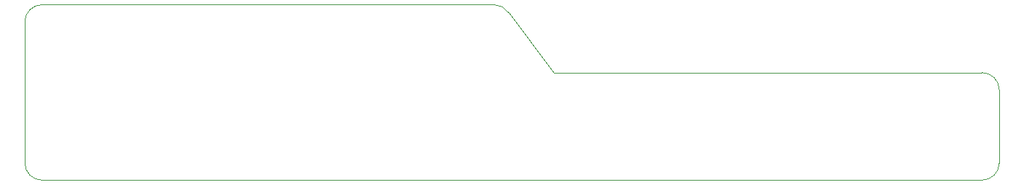
<source format=gm1>
%TF.GenerationSoftware,KiCad,Pcbnew,(6.0.2)*%
%TF.CreationDate,2022-05-29T22:15:52-07:00*%
%TF.ProjectId,peregrine,70657265-6772-4696-9e65-2e6b69636164,3*%
%TF.SameCoordinates,Original*%
%TF.FileFunction,Profile,NP*%
%FSLAX46Y46*%
G04 Gerber Fmt 4.6, Leading zero omitted, Abs format (unit mm)*
G04 Created by KiCad (PCBNEW (6.0.2)) date 2022-05-29 22:15:52*
%MOMM*%
%LPD*%
G01*
G04 APERTURE LIST*
%TA.AperFunction,Profile*%
%ADD10C,0.100000*%
%TD*%
G04 APERTURE END LIST*
D10*
X95000000Y-94413575D02*
X147500000Y-94413575D01*
X206200000Y-104313575D02*
X206200000Y-112813575D01*
X204200000Y-114813575D02*
X95000000Y-114813575D01*
X93000000Y-112813575D02*
X93000000Y-96413575D01*
X154500000Y-102313575D02*
X204200000Y-102313575D01*
X204200000Y-114813575D02*
G75*
G03*
X206200000Y-112813575I1J1999999D01*
G01*
X149179140Y-95327072D02*
G75*
G03*
X147500000Y-94413575I-1679137J-1086498D01*
G01*
X149179140Y-95327072D02*
X154500000Y-102313575D01*
X93000000Y-112813575D02*
G75*
G03*
X95000000Y-114813575I1999999J-1D01*
G01*
X95000000Y-94413575D02*
G75*
G03*
X93000000Y-96413575I-1J-1999999D01*
G01*
X206200000Y-104313575D02*
G75*
G03*
X204200000Y-102313575I-1999999J1D01*
G01*
M02*

</source>
